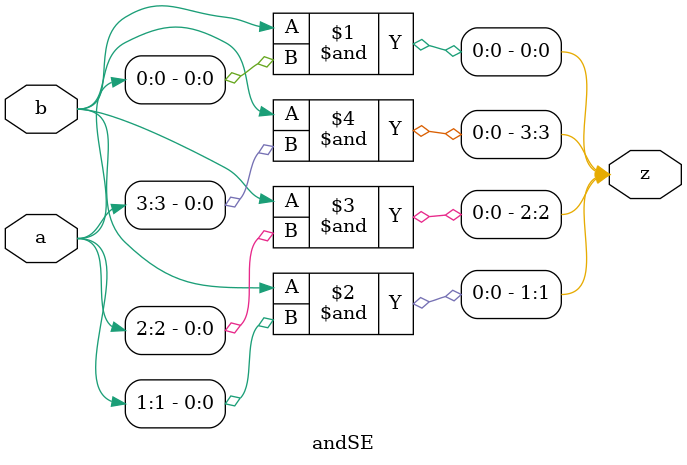
<source format=v>
module andSE(a, b, z);
	input [3:0] a;
	input b;
	output [3:0] z;
	
	assign z[0] = b & a[0];
	assign z[1] = b & a[1];
	assign z[2] = b & a[2];
	assign z[3] = b & a[3];
endmodule 

</source>
